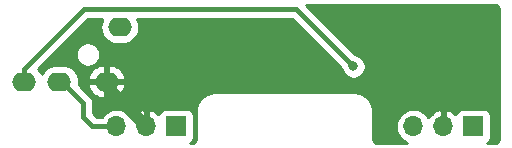
<source format=gbl>
G04 #@! TF.GenerationSoftware,KiCad,Pcbnew,5.1.0-unknown-e90452d~82~ubuntu16.04.1*
G04 #@! TF.CreationDate,2019-04-11T13:30:45-04:00*
G04 #@! TF.ProjectId,dual_touch_sensor_trrs_pcb,6475616c-5f74-46f7-9563-685f73656e73,1.0*
G04 #@! TF.SameCoordinates,Original*
G04 #@! TF.FileFunction,Copper,L2,Bot*
G04 #@! TF.FilePolarity,Positive*
%FSLAX46Y46*%
G04 Gerber Fmt 4.6, Leading zero omitted, Abs format (unit mm)*
G04 Created by KiCad (PCBNEW 5.1.0-unknown-e90452d~82~ubuntu16.04.1) date 2019-04-11 13:30:45*
%MOMM*%
%LPD*%
G04 APERTURE LIST*
%ADD10O,1.700000X1.700000*%
%ADD11R,1.700000X1.700000*%
%ADD12O,2.000000X1.600000*%
%ADD13C,0.800000*%
%ADD14C,0.250000*%
%ADD15C,1.000000*%
%ADD16C,0.400000*%
%ADD17C,0.254000*%
G04 APERTURE END LIST*
D10*
X157988000Y-113284000D03*
X160528000Y-113284000D03*
D11*
X163068000Y-113284000D03*
D10*
X132842000Y-113284000D03*
X135382000Y-113284000D03*
D11*
X137922000Y-113284000D03*
D12*
X133118000Y-104880000D03*
X132018000Y-109480000D03*
X125018000Y-109480000D03*
X128018000Y-109480000D03*
D13*
X152908000Y-108204000D03*
D14*
X132018000Y-109920000D02*
X132018000Y-109480000D01*
D15*
X135382000Y-113284000D02*
X132018000Y-109920000D01*
D16*
X125018000Y-108430000D02*
X130070000Y-103378000D01*
X125018000Y-109480000D02*
X125018000Y-108430000D01*
X148082000Y-103378000D02*
X152908000Y-108204000D01*
X130070000Y-103378000D02*
X148082000Y-103378000D01*
X128218000Y-109480000D02*
X130048000Y-111310000D01*
D14*
X128018000Y-109480000D02*
X128218000Y-109480000D01*
D16*
X130048000Y-111310000D02*
X130048000Y-112522000D01*
X130810000Y-113284000D02*
X132842000Y-113284000D01*
X130048000Y-112522000D02*
X130810000Y-113284000D01*
D17*
G36*
X164919409Y-103007243D02*
G01*
X164990032Y-103028565D01*
X165055158Y-103063193D01*
X165112318Y-103109812D01*
X165159340Y-103166653D01*
X165194423Y-103231538D01*
X165216235Y-103302002D01*
X165227000Y-103404421D01*
X165227001Y-114268936D01*
X165216757Y-114373409D01*
X165195435Y-114444032D01*
X165160808Y-114509156D01*
X165114187Y-114566319D01*
X165057348Y-114613340D01*
X164992465Y-114648422D01*
X164921999Y-114670235D01*
X164819579Y-114681000D01*
X164241694Y-114681000D01*
X164272494Y-114664537D01*
X164369185Y-114585185D01*
X164448537Y-114488494D01*
X164507502Y-114378180D01*
X164543812Y-114258482D01*
X164556072Y-114134000D01*
X164556072Y-112434000D01*
X164543812Y-112309518D01*
X164507502Y-112189820D01*
X164448537Y-112079506D01*
X164369185Y-111982815D01*
X164272494Y-111903463D01*
X164162180Y-111844498D01*
X164042482Y-111808188D01*
X163918000Y-111795928D01*
X162218000Y-111795928D01*
X162093518Y-111808188D01*
X161973820Y-111844498D01*
X161863506Y-111903463D01*
X161766815Y-111982815D01*
X161687463Y-112079506D01*
X161628498Y-112189820D01*
X161604034Y-112270466D01*
X161528269Y-112186412D01*
X161294920Y-112012359D01*
X161032099Y-111887175D01*
X160884890Y-111842524D01*
X160655000Y-111963845D01*
X160655000Y-113157000D01*
X160675000Y-113157000D01*
X160675000Y-113411000D01*
X160655000Y-113411000D01*
X160655000Y-113431000D01*
X160401000Y-113431000D01*
X160401000Y-113411000D01*
X160381000Y-113411000D01*
X160381000Y-113157000D01*
X160401000Y-113157000D01*
X160401000Y-111963845D01*
X160171110Y-111842524D01*
X160023901Y-111887175D01*
X159761080Y-112012359D01*
X159527731Y-112186412D01*
X159332822Y-112402645D01*
X159263201Y-112519523D01*
X159228706Y-112454986D01*
X159043134Y-112228866D01*
X158817014Y-112043294D01*
X158559034Y-111905401D01*
X158279111Y-111820487D01*
X158060950Y-111799000D01*
X157915050Y-111799000D01*
X157696889Y-111820487D01*
X157416966Y-111905401D01*
X157158986Y-112043294D01*
X156932866Y-112228866D01*
X156747294Y-112454986D01*
X156609401Y-112712966D01*
X156524487Y-112992889D01*
X156495815Y-113284000D01*
X156524487Y-113575111D01*
X156609401Y-113855034D01*
X156747294Y-114113014D01*
X156932866Y-114339134D01*
X157158986Y-114524706D01*
X157416966Y-114662599D01*
X157477626Y-114681000D01*
X154971054Y-114681000D01*
X154866591Y-114670757D01*
X154795968Y-114649435D01*
X154730844Y-114614808D01*
X154673681Y-114568187D01*
X154626660Y-114511348D01*
X154591578Y-114446465D01*
X154569765Y-114375999D01*
X154559000Y-114273579D01*
X154559000Y-111982808D01*
X154556318Y-111955573D01*
X154556361Y-111949354D01*
X154555496Y-111940530D01*
X154534769Y-111743329D01*
X154523198Y-111686960D01*
X154512413Y-111630420D01*
X154509852Y-111621938D01*
X154509850Y-111621929D01*
X154509846Y-111621921D01*
X154451215Y-111432511D01*
X154428914Y-111379459D01*
X154407352Y-111326090D01*
X154403195Y-111318272D01*
X154403191Y-111318264D01*
X154403186Y-111318257D01*
X154308878Y-111143838D01*
X154276707Y-111096142D01*
X154245182Y-111047967D01*
X154239582Y-111041101D01*
X154239578Y-111041095D01*
X154239573Y-111041090D01*
X154113184Y-110888312D01*
X154072350Y-110847762D01*
X154032079Y-110806638D01*
X154025253Y-110800992D01*
X154025247Y-110800986D01*
X154025240Y-110800982D01*
X153871585Y-110675663D01*
X153823642Y-110643809D01*
X153776160Y-110611298D01*
X153768369Y-110607085D01*
X153768361Y-110607080D01*
X153768353Y-110607077D01*
X153593283Y-110513990D01*
X153540096Y-110492067D01*
X153487171Y-110469384D01*
X153478701Y-110466762D01*
X153288875Y-110409451D01*
X153232381Y-110398265D01*
X153176126Y-110386308D01*
X153167312Y-110385381D01*
X153167305Y-110385380D01*
X153167298Y-110385380D01*
X152969967Y-110366031D01*
X152939192Y-110363000D01*
X141192808Y-110363000D01*
X141165573Y-110365682D01*
X141159354Y-110365639D01*
X141150530Y-110366504D01*
X140953329Y-110387231D01*
X140896960Y-110398802D01*
X140840420Y-110409587D01*
X140831938Y-110412148D01*
X140831929Y-110412150D01*
X140831921Y-110412154D01*
X140642511Y-110470785D01*
X140589459Y-110493086D01*
X140536090Y-110514648D01*
X140528272Y-110518805D01*
X140528264Y-110518809D01*
X140528257Y-110518814D01*
X140353838Y-110613122D01*
X140306142Y-110645293D01*
X140257967Y-110676818D01*
X140251101Y-110682418D01*
X140251095Y-110682422D01*
X140251090Y-110682427D01*
X140098312Y-110808816D01*
X140057762Y-110849650D01*
X140016638Y-110889921D01*
X140010992Y-110896747D01*
X140010986Y-110896753D01*
X140010982Y-110896760D01*
X139885663Y-111050415D01*
X139853809Y-111098358D01*
X139821298Y-111145840D01*
X139817085Y-111153631D01*
X139817080Y-111153639D01*
X139817080Y-111153640D01*
X139723990Y-111328717D01*
X139702067Y-111381904D01*
X139679384Y-111434829D01*
X139676762Y-111443299D01*
X139619451Y-111633125D01*
X139608265Y-111689619D01*
X139596308Y-111745874D01*
X139595381Y-111754688D01*
X139595380Y-111754695D01*
X139595380Y-111754702D01*
X139576031Y-111952033D01*
X139576031Y-111952043D01*
X139573001Y-111982808D01*
X139573000Y-114268945D01*
X139562757Y-114373409D01*
X139541435Y-114444032D01*
X139506808Y-114509156D01*
X139460187Y-114566319D01*
X139403348Y-114613340D01*
X139338465Y-114648422D01*
X139267999Y-114670235D01*
X139165579Y-114681000D01*
X139095694Y-114681000D01*
X139126494Y-114664537D01*
X139223185Y-114585185D01*
X139302537Y-114488494D01*
X139361502Y-114378180D01*
X139397812Y-114258482D01*
X139410072Y-114134000D01*
X139410072Y-112434000D01*
X139397812Y-112309518D01*
X139361502Y-112189820D01*
X139302537Y-112079506D01*
X139223185Y-111982815D01*
X139126494Y-111903463D01*
X139016180Y-111844498D01*
X138896482Y-111808188D01*
X138772000Y-111795928D01*
X137072000Y-111795928D01*
X136947518Y-111808188D01*
X136827820Y-111844498D01*
X136717506Y-111903463D01*
X136620815Y-111982815D01*
X136541463Y-112079506D01*
X136482498Y-112189820D01*
X136458034Y-112270466D01*
X136382269Y-112186412D01*
X136148920Y-112012359D01*
X135886099Y-111887175D01*
X135738890Y-111842524D01*
X135509000Y-111963845D01*
X135509000Y-113157000D01*
X135529000Y-113157000D01*
X135529000Y-113411000D01*
X135509000Y-113411000D01*
X135509000Y-113431000D01*
X135255000Y-113431000D01*
X135255000Y-113411000D01*
X135235000Y-113411000D01*
X135235000Y-113157000D01*
X135255000Y-113157000D01*
X135255000Y-111963845D01*
X135025110Y-111842524D01*
X134877901Y-111887175D01*
X134615080Y-112012359D01*
X134381731Y-112186412D01*
X134186822Y-112402645D01*
X134117201Y-112519523D01*
X134082706Y-112454986D01*
X133897134Y-112228866D01*
X133671014Y-112043294D01*
X133413034Y-111905401D01*
X133133111Y-111820487D01*
X132914950Y-111799000D01*
X132769050Y-111799000D01*
X132550889Y-111820487D01*
X132270966Y-111905401D01*
X132012986Y-112043294D01*
X131786866Y-112228866D01*
X131606207Y-112449000D01*
X131155868Y-112449000D01*
X130883000Y-112176132D01*
X130883000Y-111351018D01*
X130887040Y-111310000D01*
X130882470Y-111263595D01*
X130870918Y-111146311D01*
X130823172Y-110988913D01*
X130745636Y-110843854D01*
X130719644Y-110812182D01*
X130667439Y-110748570D01*
X130667437Y-110748568D01*
X130641291Y-110716709D01*
X130609433Y-110690564D01*
X129747907Y-109829039D01*
X130426096Y-109829039D01*
X130436556Y-109886730D01*
X130542449Y-110148421D01*
X130697361Y-110384425D01*
X130895338Y-110585673D01*
X131128773Y-110744430D01*
X131388694Y-110854596D01*
X131665113Y-110911937D01*
X131891000Y-110759474D01*
X131891000Y-109607000D01*
X132145000Y-109607000D01*
X132145000Y-110759474D01*
X132370887Y-110911937D01*
X132647306Y-110854596D01*
X132907227Y-110744430D01*
X133140662Y-110585673D01*
X133338639Y-110384425D01*
X133493551Y-110148421D01*
X133599444Y-109886730D01*
X133609904Y-109829039D01*
X133487915Y-109607000D01*
X132145000Y-109607000D01*
X131891000Y-109607000D01*
X130548085Y-109607000D01*
X130426096Y-109829039D01*
X129747907Y-109829039D01*
X129636534Y-109717667D01*
X129659943Y-109480000D01*
X129632236Y-109198691D01*
X129611691Y-109130961D01*
X130426096Y-109130961D01*
X130548085Y-109353000D01*
X131891000Y-109353000D01*
X131891000Y-108200526D01*
X132145000Y-108200526D01*
X132145000Y-109353000D01*
X133487915Y-109353000D01*
X133609904Y-109130961D01*
X133599444Y-109073270D01*
X133493551Y-108811579D01*
X133338639Y-108575575D01*
X133140662Y-108374327D01*
X132907227Y-108215570D01*
X132647306Y-108105404D01*
X132370887Y-108048063D01*
X132145000Y-108200526D01*
X131891000Y-108200526D01*
X131665113Y-108048063D01*
X131388694Y-108105404D01*
X131128773Y-108215570D01*
X130895338Y-108374327D01*
X130697361Y-108575575D01*
X130542449Y-108811579D01*
X130436556Y-109073270D01*
X130426096Y-109130961D01*
X129611691Y-109130961D01*
X129550182Y-108928192D01*
X129416932Y-108678899D01*
X129237608Y-108460392D01*
X129019101Y-108281068D01*
X128769808Y-108147818D01*
X128499309Y-108065764D01*
X128288492Y-108045000D01*
X127747508Y-108045000D01*
X127536691Y-108065764D01*
X127266192Y-108147818D01*
X127016899Y-108281068D01*
X126798392Y-108460392D01*
X126619068Y-108678899D01*
X126518000Y-108867984D01*
X126416932Y-108678899D01*
X126237608Y-108460392D01*
X126199637Y-108429230D01*
X127550806Y-107078061D01*
X129383000Y-107078061D01*
X129383000Y-107281939D01*
X129422774Y-107481898D01*
X129500795Y-107670256D01*
X129614063Y-107839774D01*
X129758226Y-107983937D01*
X129927744Y-108097205D01*
X130116102Y-108175226D01*
X130316061Y-108215000D01*
X130519939Y-108215000D01*
X130719898Y-108175226D01*
X130908256Y-108097205D01*
X131077774Y-107983937D01*
X131221937Y-107839774D01*
X131335205Y-107670256D01*
X131413226Y-107481898D01*
X131453000Y-107281939D01*
X131453000Y-107078061D01*
X131413226Y-106878102D01*
X131335205Y-106689744D01*
X131221937Y-106520226D01*
X131077774Y-106376063D01*
X130908256Y-106262795D01*
X130719898Y-106184774D01*
X130519939Y-106145000D01*
X130316061Y-106145000D01*
X130116102Y-106184774D01*
X129927744Y-106262795D01*
X129758226Y-106376063D01*
X129614063Y-106520226D01*
X129500795Y-106689744D01*
X129422774Y-106878102D01*
X129383000Y-107078061D01*
X127550806Y-107078061D01*
X130415869Y-104213000D01*
X131647389Y-104213000D01*
X131585818Y-104328192D01*
X131503764Y-104598691D01*
X131476057Y-104880000D01*
X131503764Y-105161309D01*
X131585818Y-105431808D01*
X131719068Y-105681101D01*
X131898392Y-105899608D01*
X132116899Y-106078932D01*
X132366192Y-106212182D01*
X132636691Y-106294236D01*
X132847508Y-106315000D01*
X133388492Y-106315000D01*
X133599309Y-106294236D01*
X133869808Y-106212182D01*
X134119101Y-106078932D01*
X134337608Y-105899608D01*
X134516932Y-105681101D01*
X134650182Y-105431808D01*
X134732236Y-105161309D01*
X134759943Y-104880000D01*
X134732236Y-104598691D01*
X134650182Y-104328192D01*
X134588611Y-104213000D01*
X147736133Y-104213000D01*
X151883908Y-108360777D01*
X151912774Y-108505898D01*
X151990795Y-108694256D01*
X152104063Y-108863774D01*
X152248226Y-109007937D01*
X152417744Y-109121205D01*
X152606102Y-109199226D01*
X152806061Y-109239000D01*
X153009939Y-109239000D01*
X153209898Y-109199226D01*
X153398256Y-109121205D01*
X153567774Y-109007937D01*
X153711937Y-108863774D01*
X153825205Y-108694256D01*
X153903226Y-108505898D01*
X153943000Y-108305939D01*
X153943000Y-108102061D01*
X153903226Y-107902102D01*
X153825205Y-107713744D01*
X153711937Y-107544226D01*
X153567774Y-107400063D01*
X153398256Y-107286795D01*
X153209898Y-107208774D01*
X153064777Y-107179908D01*
X148881867Y-102997000D01*
X164814945Y-102997000D01*
X164919409Y-103007243D01*
X164919409Y-103007243D01*
G37*
X164919409Y-103007243D02*
X164990032Y-103028565D01*
X165055158Y-103063193D01*
X165112318Y-103109812D01*
X165159340Y-103166653D01*
X165194423Y-103231538D01*
X165216235Y-103302002D01*
X165227000Y-103404421D01*
X165227001Y-114268936D01*
X165216757Y-114373409D01*
X165195435Y-114444032D01*
X165160808Y-114509156D01*
X165114187Y-114566319D01*
X165057348Y-114613340D01*
X164992465Y-114648422D01*
X164921999Y-114670235D01*
X164819579Y-114681000D01*
X164241694Y-114681000D01*
X164272494Y-114664537D01*
X164369185Y-114585185D01*
X164448537Y-114488494D01*
X164507502Y-114378180D01*
X164543812Y-114258482D01*
X164556072Y-114134000D01*
X164556072Y-112434000D01*
X164543812Y-112309518D01*
X164507502Y-112189820D01*
X164448537Y-112079506D01*
X164369185Y-111982815D01*
X164272494Y-111903463D01*
X164162180Y-111844498D01*
X164042482Y-111808188D01*
X163918000Y-111795928D01*
X162218000Y-111795928D01*
X162093518Y-111808188D01*
X161973820Y-111844498D01*
X161863506Y-111903463D01*
X161766815Y-111982815D01*
X161687463Y-112079506D01*
X161628498Y-112189820D01*
X161604034Y-112270466D01*
X161528269Y-112186412D01*
X161294920Y-112012359D01*
X161032099Y-111887175D01*
X160884890Y-111842524D01*
X160655000Y-111963845D01*
X160655000Y-113157000D01*
X160675000Y-113157000D01*
X160675000Y-113411000D01*
X160655000Y-113411000D01*
X160655000Y-113431000D01*
X160401000Y-113431000D01*
X160401000Y-113411000D01*
X160381000Y-113411000D01*
X160381000Y-113157000D01*
X160401000Y-113157000D01*
X160401000Y-111963845D01*
X160171110Y-111842524D01*
X160023901Y-111887175D01*
X159761080Y-112012359D01*
X159527731Y-112186412D01*
X159332822Y-112402645D01*
X159263201Y-112519523D01*
X159228706Y-112454986D01*
X159043134Y-112228866D01*
X158817014Y-112043294D01*
X158559034Y-111905401D01*
X158279111Y-111820487D01*
X158060950Y-111799000D01*
X157915050Y-111799000D01*
X157696889Y-111820487D01*
X157416966Y-111905401D01*
X157158986Y-112043294D01*
X156932866Y-112228866D01*
X156747294Y-112454986D01*
X156609401Y-112712966D01*
X156524487Y-112992889D01*
X156495815Y-113284000D01*
X156524487Y-113575111D01*
X156609401Y-113855034D01*
X156747294Y-114113014D01*
X156932866Y-114339134D01*
X157158986Y-114524706D01*
X157416966Y-114662599D01*
X157477626Y-114681000D01*
X154971054Y-114681000D01*
X154866591Y-114670757D01*
X154795968Y-114649435D01*
X154730844Y-114614808D01*
X154673681Y-114568187D01*
X154626660Y-114511348D01*
X154591578Y-114446465D01*
X154569765Y-114375999D01*
X154559000Y-114273579D01*
X154559000Y-111982808D01*
X154556318Y-111955573D01*
X154556361Y-111949354D01*
X154555496Y-111940530D01*
X154534769Y-111743329D01*
X154523198Y-111686960D01*
X154512413Y-111630420D01*
X154509852Y-111621938D01*
X154509850Y-111621929D01*
X154509846Y-111621921D01*
X154451215Y-111432511D01*
X154428914Y-111379459D01*
X154407352Y-111326090D01*
X154403195Y-111318272D01*
X154403191Y-111318264D01*
X154403186Y-111318257D01*
X154308878Y-111143838D01*
X154276707Y-111096142D01*
X154245182Y-111047967D01*
X154239582Y-111041101D01*
X154239578Y-111041095D01*
X154239573Y-111041090D01*
X154113184Y-110888312D01*
X154072350Y-110847762D01*
X154032079Y-110806638D01*
X154025253Y-110800992D01*
X154025247Y-110800986D01*
X154025240Y-110800982D01*
X153871585Y-110675663D01*
X153823642Y-110643809D01*
X153776160Y-110611298D01*
X153768369Y-110607085D01*
X153768361Y-110607080D01*
X153768353Y-110607077D01*
X153593283Y-110513990D01*
X153540096Y-110492067D01*
X153487171Y-110469384D01*
X153478701Y-110466762D01*
X153288875Y-110409451D01*
X153232381Y-110398265D01*
X153176126Y-110386308D01*
X153167312Y-110385381D01*
X153167305Y-110385380D01*
X153167298Y-110385380D01*
X152969967Y-110366031D01*
X152939192Y-110363000D01*
X141192808Y-110363000D01*
X141165573Y-110365682D01*
X141159354Y-110365639D01*
X141150530Y-110366504D01*
X140953329Y-110387231D01*
X140896960Y-110398802D01*
X140840420Y-110409587D01*
X140831938Y-110412148D01*
X140831929Y-110412150D01*
X140831921Y-110412154D01*
X140642511Y-110470785D01*
X140589459Y-110493086D01*
X140536090Y-110514648D01*
X140528272Y-110518805D01*
X140528264Y-110518809D01*
X140528257Y-110518814D01*
X140353838Y-110613122D01*
X140306142Y-110645293D01*
X140257967Y-110676818D01*
X140251101Y-110682418D01*
X140251095Y-110682422D01*
X140251090Y-110682427D01*
X140098312Y-110808816D01*
X140057762Y-110849650D01*
X140016638Y-110889921D01*
X140010992Y-110896747D01*
X140010986Y-110896753D01*
X140010982Y-110896760D01*
X139885663Y-111050415D01*
X139853809Y-111098358D01*
X139821298Y-111145840D01*
X139817085Y-111153631D01*
X139817080Y-111153639D01*
X139817080Y-111153640D01*
X139723990Y-111328717D01*
X139702067Y-111381904D01*
X139679384Y-111434829D01*
X139676762Y-111443299D01*
X139619451Y-111633125D01*
X139608265Y-111689619D01*
X139596308Y-111745874D01*
X139595381Y-111754688D01*
X139595380Y-111754695D01*
X139595380Y-111754702D01*
X139576031Y-111952033D01*
X139576031Y-111952043D01*
X139573001Y-111982808D01*
X139573000Y-114268945D01*
X139562757Y-114373409D01*
X139541435Y-114444032D01*
X139506808Y-114509156D01*
X139460187Y-114566319D01*
X139403348Y-114613340D01*
X139338465Y-114648422D01*
X139267999Y-114670235D01*
X139165579Y-114681000D01*
X139095694Y-114681000D01*
X139126494Y-114664537D01*
X139223185Y-114585185D01*
X139302537Y-114488494D01*
X139361502Y-114378180D01*
X139397812Y-114258482D01*
X139410072Y-114134000D01*
X139410072Y-112434000D01*
X139397812Y-112309518D01*
X139361502Y-112189820D01*
X139302537Y-112079506D01*
X139223185Y-111982815D01*
X139126494Y-111903463D01*
X139016180Y-111844498D01*
X138896482Y-111808188D01*
X138772000Y-111795928D01*
X137072000Y-111795928D01*
X136947518Y-111808188D01*
X136827820Y-111844498D01*
X136717506Y-111903463D01*
X136620815Y-111982815D01*
X136541463Y-112079506D01*
X136482498Y-112189820D01*
X136458034Y-112270466D01*
X136382269Y-112186412D01*
X136148920Y-112012359D01*
X135886099Y-111887175D01*
X135738890Y-111842524D01*
X135509000Y-111963845D01*
X135509000Y-113157000D01*
X135529000Y-113157000D01*
X135529000Y-113411000D01*
X135509000Y-113411000D01*
X135509000Y-113431000D01*
X135255000Y-113431000D01*
X135255000Y-113411000D01*
X135235000Y-113411000D01*
X135235000Y-113157000D01*
X135255000Y-113157000D01*
X135255000Y-111963845D01*
X135025110Y-111842524D01*
X134877901Y-111887175D01*
X134615080Y-112012359D01*
X134381731Y-112186412D01*
X134186822Y-112402645D01*
X134117201Y-112519523D01*
X134082706Y-112454986D01*
X133897134Y-112228866D01*
X133671014Y-112043294D01*
X133413034Y-111905401D01*
X133133111Y-111820487D01*
X132914950Y-111799000D01*
X132769050Y-111799000D01*
X132550889Y-111820487D01*
X132270966Y-111905401D01*
X132012986Y-112043294D01*
X131786866Y-112228866D01*
X131606207Y-112449000D01*
X131155868Y-112449000D01*
X130883000Y-112176132D01*
X130883000Y-111351018D01*
X130887040Y-111310000D01*
X130882470Y-111263595D01*
X130870918Y-111146311D01*
X130823172Y-110988913D01*
X130745636Y-110843854D01*
X130719644Y-110812182D01*
X130667439Y-110748570D01*
X130667437Y-110748568D01*
X130641291Y-110716709D01*
X130609433Y-110690564D01*
X129747907Y-109829039D01*
X130426096Y-109829039D01*
X130436556Y-109886730D01*
X130542449Y-110148421D01*
X130697361Y-110384425D01*
X130895338Y-110585673D01*
X131128773Y-110744430D01*
X131388694Y-110854596D01*
X131665113Y-110911937D01*
X131891000Y-110759474D01*
X131891000Y-109607000D01*
X132145000Y-109607000D01*
X132145000Y-110759474D01*
X132370887Y-110911937D01*
X132647306Y-110854596D01*
X132907227Y-110744430D01*
X133140662Y-110585673D01*
X133338639Y-110384425D01*
X133493551Y-110148421D01*
X133599444Y-109886730D01*
X133609904Y-109829039D01*
X133487915Y-109607000D01*
X132145000Y-109607000D01*
X131891000Y-109607000D01*
X130548085Y-109607000D01*
X130426096Y-109829039D01*
X129747907Y-109829039D01*
X129636534Y-109717667D01*
X129659943Y-109480000D01*
X129632236Y-109198691D01*
X129611691Y-109130961D01*
X130426096Y-109130961D01*
X130548085Y-109353000D01*
X131891000Y-109353000D01*
X131891000Y-108200526D01*
X132145000Y-108200526D01*
X132145000Y-109353000D01*
X133487915Y-109353000D01*
X133609904Y-109130961D01*
X133599444Y-109073270D01*
X133493551Y-108811579D01*
X133338639Y-108575575D01*
X133140662Y-108374327D01*
X132907227Y-108215570D01*
X132647306Y-108105404D01*
X132370887Y-108048063D01*
X132145000Y-108200526D01*
X131891000Y-108200526D01*
X131665113Y-108048063D01*
X131388694Y-108105404D01*
X131128773Y-108215570D01*
X130895338Y-108374327D01*
X130697361Y-108575575D01*
X130542449Y-108811579D01*
X130436556Y-109073270D01*
X130426096Y-109130961D01*
X129611691Y-109130961D01*
X129550182Y-108928192D01*
X129416932Y-108678899D01*
X129237608Y-108460392D01*
X129019101Y-108281068D01*
X128769808Y-108147818D01*
X128499309Y-108065764D01*
X128288492Y-108045000D01*
X127747508Y-108045000D01*
X127536691Y-108065764D01*
X127266192Y-108147818D01*
X127016899Y-108281068D01*
X126798392Y-108460392D01*
X126619068Y-108678899D01*
X126518000Y-108867984D01*
X126416932Y-108678899D01*
X126237608Y-108460392D01*
X126199637Y-108429230D01*
X127550806Y-107078061D01*
X129383000Y-107078061D01*
X129383000Y-107281939D01*
X129422774Y-107481898D01*
X129500795Y-107670256D01*
X129614063Y-107839774D01*
X129758226Y-107983937D01*
X129927744Y-108097205D01*
X130116102Y-108175226D01*
X130316061Y-108215000D01*
X130519939Y-108215000D01*
X130719898Y-108175226D01*
X130908256Y-108097205D01*
X131077774Y-107983937D01*
X131221937Y-107839774D01*
X131335205Y-107670256D01*
X131413226Y-107481898D01*
X131453000Y-107281939D01*
X131453000Y-107078061D01*
X131413226Y-106878102D01*
X131335205Y-106689744D01*
X131221937Y-106520226D01*
X131077774Y-106376063D01*
X130908256Y-106262795D01*
X130719898Y-106184774D01*
X130519939Y-106145000D01*
X130316061Y-106145000D01*
X130116102Y-106184774D01*
X129927744Y-106262795D01*
X129758226Y-106376063D01*
X129614063Y-106520226D01*
X129500795Y-106689744D01*
X129422774Y-106878102D01*
X129383000Y-107078061D01*
X127550806Y-107078061D01*
X130415869Y-104213000D01*
X131647389Y-104213000D01*
X131585818Y-104328192D01*
X131503764Y-104598691D01*
X131476057Y-104880000D01*
X131503764Y-105161309D01*
X131585818Y-105431808D01*
X131719068Y-105681101D01*
X131898392Y-105899608D01*
X132116899Y-106078932D01*
X132366192Y-106212182D01*
X132636691Y-106294236D01*
X132847508Y-106315000D01*
X133388492Y-106315000D01*
X133599309Y-106294236D01*
X133869808Y-106212182D01*
X134119101Y-106078932D01*
X134337608Y-105899608D01*
X134516932Y-105681101D01*
X134650182Y-105431808D01*
X134732236Y-105161309D01*
X134759943Y-104880000D01*
X134732236Y-104598691D01*
X134650182Y-104328192D01*
X134588611Y-104213000D01*
X147736133Y-104213000D01*
X151883908Y-108360777D01*
X151912774Y-108505898D01*
X151990795Y-108694256D01*
X152104063Y-108863774D01*
X152248226Y-109007937D01*
X152417744Y-109121205D01*
X152606102Y-109199226D01*
X152806061Y-109239000D01*
X153009939Y-109239000D01*
X153209898Y-109199226D01*
X153398256Y-109121205D01*
X153567774Y-109007937D01*
X153711937Y-108863774D01*
X153825205Y-108694256D01*
X153903226Y-108505898D01*
X153943000Y-108305939D01*
X153943000Y-108102061D01*
X153903226Y-107902102D01*
X153825205Y-107713744D01*
X153711937Y-107544226D01*
X153567774Y-107400063D01*
X153398256Y-107286795D01*
X153209898Y-107208774D01*
X153064777Y-107179908D01*
X148881867Y-102997000D01*
X164814945Y-102997000D01*
X164919409Y-103007243D01*
M02*

</source>
